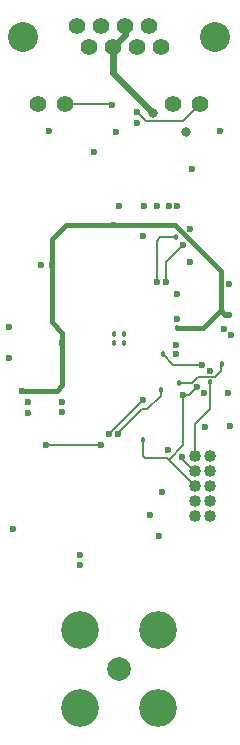
<source format=gbl>
G04 #@! TF.GenerationSoftware,KiCad,Pcbnew,6.0.0-rc1-unknown-650478f~84~ubuntu18.04.1*
G04 #@! TF.CreationDate,2018-11-23T01:33:21+00:00*
G04 #@! TF.ProjectId,proto-sensor,70726F746F2D73656E736F722E6B6963,rev?*
G04 #@! TF.SameCoordinates,Original*
G04 #@! TF.FileFunction,Copper,L4,Bot,Signal*
G04 #@! TF.FilePolarity,Positive*
%FSLAX46Y46*%
G04 Gerber Fmt 4.6, Leading zero omitted, Abs format (unit mm)*
G04 Created by KiCad (PCBNEW 6.0.0-rc1-unknown-650478f~84~ubuntu18.04.1) date Fri 23 Nov 2018 01:33:21 GMT*
%MOMM*%
%LPD*%
G01*
G04 APERTURE LIST*
G04 #@! TA.AperFunction,ComponentPad*
%ADD10C,1.016000*%
G04 #@! TD*
G04 #@! TA.AperFunction,ComponentPad*
%ADD11C,2.540000*%
G04 #@! TD*
G04 #@! TA.AperFunction,ComponentPad*
%ADD12C,1.400000*%
G04 #@! TD*
G04 #@! TA.AperFunction,ComponentPad*
%ADD13C,3.200000*%
G04 #@! TD*
G04 #@! TA.AperFunction,ComponentPad*
%ADD14C,2.000000*%
G04 #@! TD*
G04 #@! TA.AperFunction,ViaPad*
%ADD15C,0.600000*%
G04 #@! TD*
G04 #@! TA.AperFunction,ViaPad*
%ADD16C,0.800000*%
G04 #@! TD*
G04 #@! TA.AperFunction,ViaPad*
%ADD17C,0.457200*%
G04 #@! TD*
G04 #@! TA.AperFunction,Conductor*
%ADD18C,0.127000*%
G04 #@! TD*
G04 #@! TA.AperFunction,Conductor*
%ADD19C,0.600000*%
G04 #@! TD*
G04 #@! TA.AperFunction,Conductor*
%ADD20C,0.400000*%
G04 #@! TD*
G04 #@! TA.AperFunction,Conductor*
%ADD21C,0.150000*%
G04 #@! TD*
G04 #@! TA.AperFunction,Conductor*
%ADD22C,0.200000*%
G04 #@! TD*
G04 APERTURE END LIST*
D10*
G04 #@! TO.P,J1,10*
G04 #@! TO.N,/FLASH_SDO*
X66465000Y-93960000D03*
G04 #@! TO.P,J1,9*
G04 #@! TO.N,GND*
X67735000Y-93960000D03*
G04 #@! TO.P,J1,8*
G04 #@! TO.N,/CRESET_B*
X66465000Y-95230000D03*
G04 #@! TO.P,J1,7*
G04 #@! TO.N,Net-(J1-Pad7)*
X67735000Y-95230000D03*
G04 #@! TO.P,J1,6*
G04 #@! TO.N,/FLASH_SS*
X66465000Y-96500000D03*
G04 #@! TO.P,J1,5*
G04 #@! TO.N,GND*
X67735000Y-96500000D03*
G04 #@! TO.P,J1,4*
G04 #@! TO.N,/FLASH_SCK*
X66465000Y-97770000D03*
G04 #@! TO.P,J1,3*
G04 #@! TO.N,GND*
X67735000Y-97770000D03*
G04 #@! TO.P,J1,2*
G04 #@! TO.N,/FLASH_SDI*
X66465000Y-99040000D03*
G04 #@! TO.P,J1,1*
G04 #@! TO.N,3v3*
X67735000Y-99040000D03*
G04 #@! TD*
D11*
G04 #@! TO.P,IC1,S*
G04 #@! TO.N,Net-(IC1-PadS)*
X51872000Y-58429000D03*
X68128000Y-58429000D03*
D12*
G04 #@! TO.P,IC1,10*
G04 #@! TO.N,/LED1*
X55428000Y-64144000D03*
G04 #@! TO.P,IC1,11*
G04 #@! TO.N,Net-(IC1-Pad11)*
X64572000Y-64144000D03*
G04 #@! TO.P,IC1,9*
G04 #@! TO.N,Net-(IC1-Pad9)*
X53142000Y-64144000D03*
G04 #@! TO.P,IC1,12*
G04 #@! TO.N,/LED2*
X66858000Y-64144000D03*
G04 #@! TO.P,IC1,1*
G04 #@! TO.N,/TX+*
X56444000Y-57540000D03*
G04 #@! TO.P,IC1,3*
G04 #@! TO.N,/RD+*
X58476000Y-57540000D03*
G04 #@! TO.P,IC1,5*
G04 #@! TO.N,/PWRIN*
X60508000Y-57540000D03*
G04 #@! TO.P,IC1,7*
G04 #@! TO.N,GND*
X62540000Y-57540000D03*
G04 #@! TO.P,IC1,2*
G04 #@! TO.N,/TX-*
X57460000Y-59318000D03*
G04 #@! TO.P,IC1,4*
G04 #@! TO.N,/PWRIN*
X59492000Y-59318000D03*
G04 #@! TO.P,IC1,6*
G04 #@! TO.N,/RD-*
X61524000Y-59318000D03*
G04 #@! TO.P,IC1,8*
G04 #@! TO.N,GND*
X63556000Y-59318000D03*
G04 #@! TD*
D13*
G04 #@! TO.P,P1,2*
G04 #@! TO.N,GND*
X56700000Y-108700000D03*
X63300000Y-108700000D03*
X56700000Y-115300000D03*
D14*
G04 #@! TO.P,P1,1*
G04 #@! TO.N,Net-(D4-Pad1)*
X60000000Y-112000000D03*
D13*
G04 #@! TO.P,P1,2*
G04 #@! TO.N,GND*
X63300000Y-115300000D03*
G04 #@! TD*
D15*
G04 #@! TO.N,3v3*
X64200000Y-72800000D03*
X64900000Y-72800000D03*
X61500000Y-65700000D03*
X50700000Y-85600000D03*
X52300000Y-89400000D03*
X56700000Y-103200000D03*
X64800000Y-84500000D03*
X67300000Y-91500000D03*
X62600000Y-98900000D03*
X69250000Y-88600000D03*
X68900000Y-83200000D03*
X55150000Y-89350000D03*
X63650000Y-97000000D03*
D16*
G04 #@! TO.N,GND*
X65700000Y-66500000D03*
D15*
X68500000Y-66400000D03*
X63200000Y-72800000D03*
X62100000Y-72800000D03*
X59700000Y-66500000D03*
X57900000Y-68200000D03*
X60000000Y-72800000D03*
X66200000Y-69600000D03*
X54100000Y-66400000D03*
X62000000Y-75300000D03*
X64900000Y-82300000D03*
X64900000Y-80200000D03*
X64800000Y-85300000D03*
X66000000Y-74700000D03*
X66000000Y-77500000D03*
X53400000Y-77800000D03*
X50700000Y-83000000D03*
X52300000Y-90300000D03*
X63400000Y-100700000D03*
X56700000Y-102300000D03*
X51000000Y-100100000D03*
D17*
X59600000Y-84400000D03*
X60400000Y-84400000D03*
X60400000Y-83600000D03*
X59600000Y-83600000D03*
D15*
X69300000Y-79400000D03*
X69400000Y-91400000D03*
X67200000Y-88600000D03*
X64100000Y-93400000D03*
X67700000Y-86700000D03*
X69500000Y-83700000D03*
X55150000Y-90250000D03*
G04 #@! TO.N,/LED2*
X61500000Y-64800000D03*
G04 #@! TO.N,/LED1*
X59400000Y-64200000D03*
D16*
G04 #@! TO.N,/PWRIN*
X62900000Y-64900000D03*
D15*
G04 #@! TO.N,1v2*
X54300000Y-77800000D03*
X55200000Y-84400000D03*
X59600000Y-74400000D03*
X51800000Y-88400000D03*
D17*
X64900000Y-83100000D03*
D15*
X69300000Y-82000000D03*
G04 #@! TO.N,/FLASH_SDI*
X62000000Y-89200000D03*
X59150000Y-92050000D03*
D17*
G04 #@! TO.N,/FLASH_SDO*
X67700000Y-87700000D03*
D15*
G04 #@! TO.N,/FLASH_SS*
X65400000Y-88800000D03*
X66600000Y-88100000D03*
D17*
X62000000Y-92600000D03*
D15*
G04 #@! TO.N,/FLASH_SCK*
X59900000Y-92100000D03*
D17*
X63525000Y-88350000D03*
G04 #@! TO.N,/FLASH_IO3*
X65050000Y-87750000D03*
X68700000Y-86150000D03*
D15*
G04 #@! TO.N,/FLASH_IO2*
X67000000Y-86200000D03*
D17*
X63700000Y-85300000D03*
D15*
G04 #@! TO.N,/LED3*
X63200000Y-79200000D03*
D17*
X64800000Y-75400000D03*
D15*
G04 #@! TO.N,/LED4*
X64000000Y-79200000D03*
X65400000Y-76100000D03*
G04 #@! TO.N,/CRESET_B*
X65300000Y-94000000D03*
X53850000Y-93000000D03*
X58500000Y-93000000D03*
G04 #@! TD*
D18*
G04 #@! TO.N,/LED2*
X65402000Y-65600000D02*
X66858000Y-64144000D01*
X61500000Y-64800000D02*
X62300000Y-65600000D01*
X62300000Y-65600000D02*
X65402000Y-65600000D01*
G04 #@! TO.N,/LED1*
X59344000Y-64144000D02*
X55428000Y-64144000D01*
X59400000Y-64200000D02*
X59344000Y-64144000D01*
D19*
G04 #@! TO.N,/PWRIN*
X60508000Y-58302000D02*
X59492000Y-59318000D01*
X60508000Y-57540000D02*
X60508000Y-58302000D01*
X59492000Y-59318000D02*
X59492000Y-61492000D01*
X59492000Y-61492000D02*
X62900000Y-64900000D01*
D20*
G04 #@! TO.N,1v2*
X54300000Y-77800000D02*
X54300000Y-75600000D01*
X54300000Y-77800000D02*
X54300000Y-82600000D01*
X54300000Y-82600000D02*
X55200000Y-83500000D01*
X55200000Y-83500000D02*
X55200000Y-84400000D01*
X55500000Y-74400000D02*
X59600000Y-74400000D01*
X54300000Y-75600000D02*
X55500000Y-74400000D01*
X55200000Y-84400000D02*
X55200000Y-87900000D01*
X55200000Y-87900000D02*
X54700000Y-88400000D01*
X54700000Y-88400000D02*
X51800000Y-88400000D01*
X59600000Y-74400000D02*
X64700000Y-74400000D01*
X64700000Y-74400000D02*
X68600000Y-78300000D01*
X68600000Y-78300000D02*
X68600000Y-81600000D01*
X67100000Y-83100000D02*
X64900000Y-83100000D01*
X68600000Y-81600000D02*
X67100000Y-83100000D01*
X69000000Y-82000000D02*
X68600000Y-81600000D01*
X69300000Y-82000000D02*
X69000000Y-82000000D01*
D18*
G04 #@! TO.N,/FLASH_SDI*
X62000000Y-89200000D02*
X59150000Y-92050000D01*
G04 #@! TO.N,/FLASH_SDO*
X67700000Y-87700000D02*
X67700000Y-89950000D01*
X66465000Y-91185000D02*
X66465000Y-93960000D01*
X67700000Y-89950000D02*
X66465000Y-91185000D01*
G04 #@! TO.N,/FLASH_SS*
X65400000Y-88800000D02*
X65900000Y-88800000D01*
X65900000Y-88800000D02*
X66600000Y-88100000D01*
D21*
X65400000Y-93035000D02*
X64200000Y-94235000D01*
X66465000Y-96500000D02*
X64200000Y-94235000D01*
X65400000Y-88800000D02*
X65400000Y-93035000D01*
X64200000Y-94235000D02*
X64065000Y-94100000D01*
X64065000Y-94100000D02*
X62150000Y-94100000D01*
X62150000Y-94100000D02*
X62000000Y-93950000D01*
X62000000Y-93950000D02*
X62000000Y-92600000D01*
G04 #@! TO.N,/FLASH_SCK*
X59900000Y-92100000D02*
X59900000Y-91950000D01*
X59900000Y-91950000D02*
X61900000Y-89950000D01*
X61900000Y-89950000D02*
X62400000Y-89950000D01*
D18*
X63525000Y-88825000D02*
X63525000Y-88350000D01*
X62400000Y-89950000D02*
X63525000Y-88825000D01*
D21*
G04 #@! TO.N,/FLASH_IO3*
X68650000Y-86200000D02*
X68700000Y-86150000D01*
X68650000Y-86750000D02*
X68650000Y-86200000D01*
X68150000Y-87250000D02*
X68650000Y-86750000D01*
X66650000Y-87250000D02*
X68150000Y-87250000D01*
X65050000Y-87750000D02*
X66150000Y-87750000D01*
X66150000Y-87750000D02*
X66650000Y-87250000D01*
D18*
G04 #@! TO.N,/FLASH_IO2*
X64600000Y-86200000D02*
X67000000Y-86200000D01*
X63700000Y-85300000D02*
X64600000Y-86200000D01*
D21*
G04 #@! TO.N,/LED3*
X63200000Y-75700000D02*
X63200000Y-79200000D01*
D18*
X63200000Y-75700000D02*
X63500000Y-75400000D01*
X63500000Y-75400000D02*
X64800000Y-75400000D01*
D21*
G04 #@! TO.N,/LED4*
X64000000Y-79200000D02*
X64000000Y-77500000D01*
X64000000Y-77500000D02*
X65400000Y-76100000D01*
G04 #@! TO.N,/CRESET_B*
X66465000Y-95230000D02*
X66330000Y-95230000D01*
X66330000Y-95230000D02*
X65300000Y-94200000D01*
X65300000Y-94200000D02*
X65300000Y-94000000D01*
D22*
X53850000Y-93000000D02*
X58500000Y-93000000D01*
G04 #@! TD*
M02*

</source>
